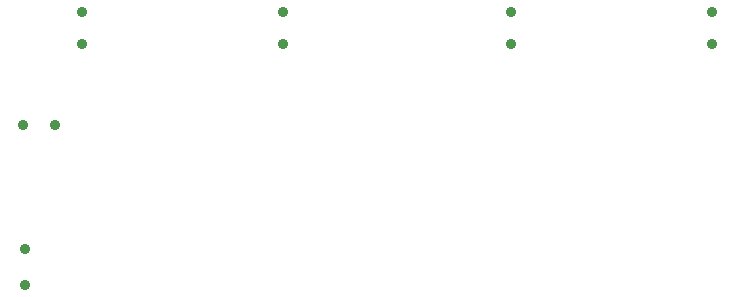
<source format=gbr>
%TF.GenerationSoftware,KiCad,Pcbnew,9.0.0*%
%TF.CreationDate,2025-09-05T10:11:35-07:00*%
%TF.ProjectId,grippy,67726970-7079-42e6-9b69-6361645f7063,rev?*%
%TF.SameCoordinates,Original*%
%TF.FileFunction,Soldermask,Bot*%
%TF.FilePolarity,Negative*%
%FSLAX46Y46*%
G04 Gerber Fmt 4.6, Leading zero omitted, Abs format (unit mm)*
G04 Created by KiCad (PCBNEW 9.0.0) date 2025-09-05 10:11:35*
%MOMM*%
%LPD*%
G01*
G04 APERTURE LIST*
%ADD10C,0.900000*%
G04 APERTURE END LIST*
D10*
%TO.C,SW1*%
X196150000Y-72175000D03*
X196150000Y-69425000D03*
%TD*%
%TO.C,SW2*%
X215425000Y-72175000D03*
X215425000Y-69425000D03*
%TD*%
%TO.C,SW0*%
X179125000Y-72175000D03*
X179125000Y-69425000D03*
%TD*%
%TO.C,SW3*%
X232425000Y-72175000D03*
X232425000Y-69425000D03*
%TD*%
%TO.C,SW5*%
X174300000Y-89510000D03*
X174300000Y-92510000D03*
%TD*%
%TO.C,SW4*%
X174100000Y-79025000D03*
X176850000Y-79025000D03*
%TD*%
M02*

</source>
